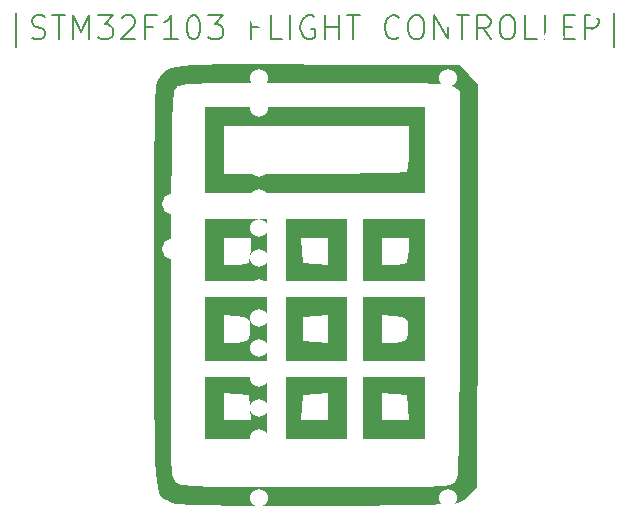
<source format=gbo>
G04 #@! TF.GenerationSoftware,KiCad,Pcbnew,7.0.7*
G04 #@! TF.CreationDate,2024-06-07T19:14:15+02:00*
G04 #@! TF.ProjectId,stm32-drone,73746d33-322d-4647-926f-6e652e6b6963,rev?*
G04 #@! TF.SameCoordinates,Original*
G04 #@! TF.FileFunction,Legend,Bot*
G04 #@! TF.FilePolarity,Positive*
%FSLAX46Y46*%
G04 Gerber Fmt 4.6, Leading zero omitted, Abs format (unit mm)*
G04 Created by KiCad (PCBNEW 7.0.7) date 2024-06-07 19:14:15*
%MOMM*%
%LPD*%
G01*
G04 APERTURE LIST*
%ADD10C,0.150000*%
%ADD11R,1.700000X1.700000*%
%ADD12O,1.700000X1.700000*%
%ADD13C,3.000000*%
%ADD14C,1.524000*%
%ADD15C,1.600000*%
%ADD16O,1.600000X1.600000*%
%ADD17R,1.800000X1.800000*%
%ADD18C,1.800000*%
%ADD19C,1.400000*%
%ADD20O,1.400000X1.400000*%
G04 APERTURE END LIST*
D10*
X103401064Y-85714104D02*
X103401064Y-82856961D01*
X104734398Y-84952200D02*
X105020112Y-85047438D01*
X105020112Y-85047438D02*
X105496303Y-85047438D01*
X105496303Y-85047438D02*
X105686779Y-84952200D01*
X105686779Y-84952200D02*
X105782017Y-84856961D01*
X105782017Y-84856961D02*
X105877255Y-84666485D01*
X105877255Y-84666485D02*
X105877255Y-84476009D01*
X105877255Y-84476009D02*
X105782017Y-84285533D01*
X105782017Y-84285533D02*
X105686779Y-84190295D01*
X105686779Y-84190295D02*
X105496303Y-84095057D01*
X105496303Y-84095057D02*
X105115350Y-83999819D01*
X105115350Y-83999819D02*
X104924874Y-83904580D01*
X104924874Y-83904580D02*
X104829636Y-83809342D01*
X104829636Y-83809342D02*
X104734398Y-83618866D01*
X104734398Y-83618866D02*
X104734398Y-83428390D01*
X104734398Y-83428390D02*
X104829636Y-83237914D01*
X104829636Y-83237914D02*
X104924874Y-83142676D01*
X104924874Y-83142676D02*
X105115350Y-83047438D01*
X105115350Y-83047438D02*
X105591541Y-83047438D01*
X105591541Y-83047438D02*
X105877255Y-83142676D01*
X106448684Y-83047438D02*
X107591541Y-83047438D01*
X107020112Y-85047438D02*
X107020112Y-83047438D01*
X108258208Y-85047438D02*
X108258208Y-83047438D01*
X108258208Y-83047438D02*
X108924875Y-84476009D01*
X108924875Y-84476009D02*
X109591541Y-83047438D01*
X109591541Y-83047438D02*
X109591541Y-85047438D01*
X110353446Y-83047438D02*
X111591541Y-83047438D01*
X111591541Y-83047438D02*
X110924874Y-83809342D01*
X110924874Y-83809342D02*
X111210589Y-83809342D01*
X111210589Y-83809342D02*
X111401065Y-83904580D01*
X111401065Y-83904580D02*
X111496303Y-83999819D01*
X111496303Y-83999819D02*
X111591541Y-84190295D01*
X111591541Y-84190295D02*
X111591541Y-84666485D01*
X111591541Y-84666485D02*
X111496303Y-84856961D01*
X111496303Y-84856961D02*
X111401065Y-84952200D01*
X111401065Y-84952200D02*
X111210589Y-85047438D01*
X111210589Y-85047438D02*
X110639160Y-85047438D01*
X110639160Y-85047438D02*
X110448684Y-84952200D01*
X110448684Y-84952200D02*
X110353446Y-84856961D01*
X112353446Y-83237914D02*
X112448684Y-83142676D01*
X112448684Y-83142676D02*
X112639160Y-83047438D01*
X112639160Y-83047438D02*
X113115351Y-83047438D01*
X113115351Y-83047438D02*
X113305827Y-83142676D01*
X113305827Y-83142676D02*
X113401065Y-83237914D01*
X113401065Y-83237914D02*
X113496303Y-83428390D01*
X113496303Y-83428390D02*
X113496303Y-83618866D01*
X113496303Y-83618866D02*
X113401065Y-83904580D01*
X113401065Y-83904580D02*
X112258208Y-85047438D01*
X112258208Y-85047438D02*
X113496303Y-85047438D01*
X115020113Y-83999819D02*
X114353446Y-83999819D01*
X114353446Y-85047438D02*
X114353446Y-83047438D01*
X114353446Y-83047438D02*
X115305827Y-83047438D01*
X117115351Y-85047438D02*
X115972494Y-85047438D01*
X116543922Y-85047438D02*
X116543922Y-83047438D01*
X116543922Y-83047438D02*
X116353446Y-83333152D01*
X116353446Y-83333152D02*
X116162970Y-83523628D01*
X116162970Y-83523628D02*
X115972494Y-83618866D01*
X118353446Y-83047438D02*
X118543923Y-83047438D01*
X118543923Y-83047438D02*
X118734399Y-83142676D01*
X118734399Y-83142676D02*
X118829637Y-83237914D01*
X118829637Y-83237914D02*
X118924875Y-83428390D01*
X118924875Y-83428390D02*
X119020113Y-83809342D01*
X119020113Y-83809342D02*
X119020113Y-84285533D01*
X119020113Y-84285533D02*
X118924875Y-84666485D01*
X118924875Y-84666485D02*
X118829637Y-84856961D01*
X118829637Y-84856961D02*
X118734399Y-84952200D01*
X118734399Y-84952200D02*
X118543923Y-85047438D01*
X118543923Y-85047438D02*
X118353446Y-85047438D01*
X118353446Y-85047438D02*
X118162970Y-84952200D01*
X118162970Y-84952200D02*
X118067732Y-84856961D01*
X118067732Y-84856961D02*
X117972494Y-84666485D01*
X117972494Y-84666485D02*
X117877256Y-84285533D01*
X117877256Y-84285533D02*
X117877256Y-83809342D01*
X117877256Y-83809342D02*
X117972494Y-83428390D01*
X117972494Y-83428390D02*
X118067732Y-83237914D01*
X118067732Y-83237914D02*
X118162970Y-83142676D01*
X118162970Y-83142676D02*
X118353446Y-83047438D01*
X119686780Y-83047438D02*
X120924875Y-83047438D01*
X120924875Y-83047438D02*
X120258208Y-83809342D01*
X120258208Y-83809342D02*
X120543923Y-83809342D01*
X120543923Y-83809342D02*
X120734399Y-83904580D01*
X120734399Y-83904580D02*
X120829637Y-83999819D01*
X120829637Y-83999819D02*
X120924875Y-84190295D01*
X120924875Y-84190295D02*
X120924875Y-84666485D01*
X120924875Y-84666485D02*
X120829637Y-84856961D01*
X120829637Y-84856961D02*
X120734399Y-84952200D01*
X120734399Y-84952200D02*
X120543923Y-85047438D01*
X120543923Y-85047438D02*
X119972494Y-85047438D01*
X119972494Y-85047438D02*
X119782018Y-84952200D01*
X119782018Y-84952200D02*
X119686780Y-84856961D01*
X123972495Y-83999819D02*
X123305828Y-83999819D01*
X123305828Y-85047438D02*
X123305828Y-83047438D01*
X123305828Y-83047438D02*
X124258209Y-83047438D01*
X125972495Y-85047438D02*
X125020114Y-85047438D01*
X125020114Y-85047438D02*
X125020114Y-83047438D01*
X126639162Y-85047438D02*
X126639162Y-83047438D01*
X128639162Y-83142676D02*
X128448686Y-83047438D01*
X128448686Y-83047438D02*
X128162972Y-83047438D01*
X128162972Y-83047438D02*
X127877257Y-83142676D01*
X127877257Y-83142676D02*
X127686781Y-83333152D01*
X127686781Y-83333152D02*
X127591543Y-83523628D01*
X127591543Y-83523628D02*
X127496305Y-83904580D01*
X127496305Y-83904580D02*
X127496305Y-84190295D01*
X127496305Y-84190295D02*
X127591543Y-84571247D01*
X127591543Y-84571247D02*
X127686781Y-84761723D01*
X127686781Y-84761723D02*
X127877257Y-84952200D01*
X127877257Y-84952200D02*
X128162972Y-85047438D01*
X128162972Y-85047438D02*
X128353448Y-85047438D01*
X128353448Y-85047438D02*
X128639162Y-84952200D01*
X128639162Y-84952200D02*
X128734400Y-84856961D01*
X128734400Y-84856961D02*
X128734400Y-84190295D01*
X128734400Y-84190295D02*
X128353448Y-84190295D01*
X129591543Y-85047438D02*
X129591543Y-83047438D01*
X129591543Y-83999819D02*
X130734400Y-83999819D01*
X130734400Y-85047438D02*
X130734400Y-83047438D01*
X131401067Y-83047438D02*
X132543924Y-83047438D01*
X131972495Y-85047438D02*
X131972495Y-83047438D01*
X135877258Y-84856961D02*
X135782020Y-84952200D01*
X135782020Y-84952200D02*
X135496306Y-85047438D01*
X135496306Y-85047438D02*
X135305830Y-85047438D01*
X135305830Y-85047438D02*
X135020115Y-84952200D01*
X135020115Y-84952200D02*
X134829639Y-84761723D01*
X134829639Y-84761723D02*
X134734401Y-84571247D01*
X134734401Y-84571247D02*
X134639163Y-84190295D01*
X134639163Y-84190295D02*
X134639163Y-83904580D01*
X134639163Y-83904580D02*
X134734401Y-83523628D01*
X134734401Y-83523628D02*
X134829639Y-83333152D01*
X134829639Y-83333152D02*
X135020115Y-83142676D01*
X135020115Y-83142676D02*
X135305830Y-83047438D01*
X135305830Y-83047438D02*
X135496306Y-83047438D01*
X135496306Y-83047438D02*
X135782020Y-83142676D01*
X135782020Y-83142676D02*
X135877258Y-83237914D01*
X137115353Y-83047438D02*
X137496306Y-83047438D01*
X137496306Y-83047438D02*
X137686782Y-83142676D01*
X137686782Y-83142676D02*
X137877258Y-83333152D01*
X137877258Y-83333152D02*
X137972496Y-83714104D01*
X137972496Y-83714104D02*
X137972496Y-84380771D01*
X137972496Y-84380771D02*
X137877258Y-84761723D01*
X137877258Y-84761723D02*
X137686782Y-84952200D01*
X137686782Y-84952200D02*
X137496306Y-85047438D01*
X137496306Y-85047438D02*
X137115353Y-85047438D01*
X137115353Y-85047438D02*
X136924877Y-84952200D01*
X136924877Y-84952200D02*
X136734401Y-84761723D01*
X136734401Y-84761723D02*
X136639163Y-84380771D01*
X136639163Y-84380771D02*
X136639163Y-83714104D01*
X136639163Y-83714104D02*
X136734401Y-83333152D01*
X136734401Y-83333152D02*
X136924877Y-83142676D01*
X136924877Y-83142676D02*
X137115353Y-83047438D01*
X138829639Y-85047438D02*
X138829639Y-83047438D01*
X138829639Y-83047438D02*
X139972496Y-85047438D01*
X139972496Y-85047438D02*
X139972496Y-83047438D01*
X140639163Y-83047438D02*
X141782020Y-83047438D01*
X141210591Y-85047438D02*
X141210591Y-83047438D01*
X143591544Y-85047438D02*
X142924877Y-84095057D01*
X142448687Y-85047438D02*
X142448687Y-83047438D01*
X142448687Y-83047438D02*
X143210592Y-83047438D01*
X143210592Y-83047438D02*
X143401068Y-83142676D01*
X143401068Y-83142676D02*
X143496306Y-83237914D01*
X143496306Y-83237914D02*
X143591544Y-83428390D01*
X143591544Y-83428390D02*
X143591544Y-83714104D01*
X143591544Y-83714104D02*
X143496306Y-83904580D01*
X143496306Y-83904580D02*
X143401068Y-83999819D01*
X143401068Y-83999819D02*
X143210592Y-84095057D01*
X143210592Y-84095057D02*
X142448687Y-84095057D01*
X144829639Y-83047438D02*
X145210592Y-83047438D01*
X145210592Y-83047438D02*
X145401068Y-83142676D01*
X145401068Y-83142676D02*
X145591544Y-83333152D01*
X145591544Y-83333152D02*
X145686782Y-83714104D01*
X145686782Y-83714104D02*
X145686782Y-84380771D01*
X145686782Y-84380771D02*
X145591544Y-84761723D01*
X145591544Y-84761723D02*
X145401068Y-84952200D01*
X145401068Y-84952200D02*
X145210592Y-85047438D01*
X145210592Y-85047438D02*
X144829639Y-85047438D01*
X144829639Y-85047438D02*
X144639163Y-84952200D01*
X144639163Y-84952200D02*
X144448687Y-84761723D01*
X144448687Y-84761723D02*
X144353449Y-84380771D01*
X144353449Y-84380771D02*
X144353449Y-83714104D01*
X144353449Y-83714104D02*
X144448687Y-83333152D01*
X144448687Y-83333152D02*
X144639163Y-83142676D01*
X144639163Y-83142676D02*
X144829639Y-83047438D01*
X147496306Y-85047438D02*
X146543925Y-85047438D01*
X146543925Y-85047438D02*
X146543925Y-83047438D01*
X149115354Y-85047438D02*
X148162973Y-85047438D01*
X148162973Y-85047438D02*
X148162973Y-83047438D01*
X149782021Y-83999819D02*
X150448688Y-83999819D01*
X150734402Y-85047438D02*
X149782021Y-85047438D01*
X149782021Y-85047438D02*
X149782021Y-83047438D01*
X149782021Y-83047438D02*
X150734402Y-83047438D01*
X152734402Y-85047438D02*
X152067735Y-84095057D01*
X151591545Y-85047438D02*
X151591545Y-83047438D01*
X151591545Y-83047438D02*
X152353450Y-83047438D01*
X152353450Y-83047438D02*
X152543926Y-83142676D01*
X152543926Y-83142676D02*
X152639164Y-83237914D01*
X152639164Y-83237914D02*
X152734402Y-83428390D01*
X152734402Y-83428390D02*
X152734402Y-83714104D01*
X152734402Y-83714104D02*
X152639164Y-83904580D01*
X152639164Y-83904580D02*
X152543926Y-83999819D01*
X152543926Y-83999819D02*
X152353450Y-84095057D01*
X152353450Y-84095057D02*
X151591545Y-84095057D01*
X154067735Y-85714104D02*
X154067735Y-82856961D01*
G36*
X138021428Y-118903572D02*
G01*
X135413392Y-118903572D01*
X132805357Y-118903572D01*
X132805357Y-117316072D01*
X134392857Y-117316072D01*
X135539211Y-117316072D01*
X136685566Y-117316072D01*
X136616443Y-116238840D01*
X136547321Y-115161608D01*
X135470089Y-115092485D01*
X134392857Y-115023363D01*
X134392857Y-116169717D01*
X134392857Y-117316072D01*
X132805357Y-117316072D01*
X132805357Y-116295536D01*
X132805357Y-113687500D01*
X135413392Y-113687500D01*
X138021428Y-113687500D01*
X138021428Y-116295536D01*
X138021428Y-117316072D01*
X138021428Y-118903572D01*
G37*
G36*
X131444642Y-116295536D02*
G01*
X131444642Y-118903572D01*
X128836607Y-118903572D01*
X126228571Y-118903572D01*
X126228571Y-117316072D01*
X127564434Y-117316072D01*
X128710788Y-117316072D01*
X129857142Y-117316072D01*
X129857142Y-116169717D01*
X129857142Y-115023363D01*
X128779910Y-115092485D01*
X127702678Y-115161608D01*
X127633556Y-116238840D01*
X127564434Y-117316072D01*
X126228571Y-117316072D01*
X126228571Y-116295536D01*
X126228571Y-113687500D01*
X128836607Y-113687500D01*
X131444642Y-113687500D01*
X131444642Y-115023363D01*
X131444642Y-116295536D01*
G37*
G36*
X131444642Y-109605358D02*
G01*
X131444642Y-112326786D01*
X128836607Y-112326786D01*
X126228571Y-112326786D01*
X126228571Y-110625893D01*
X127702678Y-110625893D01*
X128779910Y-110695016D01*
X129857142Y-110764138D01*
X129857142Y-109605358D01*
X129857142Y-108446577D01*
X128779910Y-108515699D01*
X127702678Y-108584822D01*
X127702678Y-109605358D01*
X127702678Y-110625893D01*
X126228571Y-110625893D01*
X126228571Y-109605358D01*
X126228571Y-106883929D01*
X128836607Y-106883929D01*
X131444642Y-106883929D01*
X131444642Y-108446577D01*
X131444642Y-109605358D01*
G37*
G36*
X131444642Y-102915179D02*
G01*
X131444642Y-105523215D01*
X128836607Y-105523215D01*
X126228571Y-105523215D01*
X126228571Y-102915179D01*
X126228571Y-101894643D01*
X127564434Y-101894643D01*
X127633556Y-102971875D01*
X127702678Y-104049108D01*
X128779910Y-104118230D01*
X129857142Y-104187352D01*
X129857142Y-103040998D01*
X129857142Y-101894643D01*
X128710788Y-101894643D01*
X127564434Y-101894643D01*
X126228571Y-101894643D01*
X126228571Y-100307143D01*
X128836607Y-100307143D01*
X131444642Y-100307143D01*
X131444642Y-101894643D01*
X131444642Y-102915179D01*
G37*
G36*
X124641071Y-118903572D02*
G01*
X122033035Y-118903572D01*
X119425000Y-118903572D01*
X119425000Y-117316072D01*
X121012500Y-117316072D01*
X122158854Y-117316072D01*
X123305209Y-117316072D01*
X123236086Y-116238840D01*
X123166964Y-115161608D01*
X122089732Y-115092485D01*
X121012500Y-115023363D01*
X121012500Y-116169717D01*
X121012500Y-117316072D01*
X119425000Y-117316072D01*
X119425000Y-116295536D01*
X119425000Y-113687500D01*
X122033035Y-113687500D01*
X124641071Y-113687500D01*
X124641071Y-116295536D01*
X124641071Y-117316072D01*
X124641071Y-118903572D01*
G37*
G36*
X138021428Y-112326786D02*
G01*
X135413392Y-112326786D01*
X132805357Y-112326786D01*
X132805357Y-110739286D01*
X134392857Y-110739286D01*
X135420510Y-110739286D01*
X135972091Y-110712160D01*
X136447885Y-110534970D01*
X136636872Y-110110136D01*
X136619996Y-109343465D01*
X136580325Y-109019171D01*
X136449583Y-108714550D01*
X136122286Y-108577523D01*
X135470089Y-108515699D01*
X134392857Y-108446577D01*
X134392857Y-109592932D01*
X134392857Y-110739286D01*
X132805357Y-110739286D01*
X132805357Y-109605358D01*
X132805357Y-106883929D01*
X135413392Y-106883929D01*
X138021428Y-106883929D01*
X138021428Y-109605358D01*
X138021428Y-110110136D01*
X138021428Y-112326786D01*
G37*
G36*
X138021428Y-102915179D02*
G01*
X138021428Y-105523215D01*
X135413392Y-105523215D01*
X132805357Y-105523215D01*
X132805357Y-104162500D01*
X134392857Y-104162500D01*
X135375595Y-104162500D01*
X135629304Y-104157562D01*
X136207486Y-104104268D01*
X136509523Y-104011310D01*
X136547796Y-103940936D01*
X136628548Y-103513776D01*
X136660714Y-102877381D01*
X136660714Y-101894643D01*
X135526785Y-101894643D01*
X134392857Y-101894643D01*
X134392857Y-103028572D01*
X134392857Y-104162500D01*
X132805357Y-104162500D01*
X132805357Y-102915179D01*
X132805357Y-100307143D01*
X135413392Y-100307143D01*
X138021428Y-100307143D01*
X138021428Y-101894643D01*
X138021428Y-102915179D01*
G37*
G36*
X124641071Y-112326786D02*
G01*
X122033035Y-112326786D01*
X119425000Y-112326786D01*
X119425000Y-110739286D01*
X121012500Y-110739286D01*
X122040153Y-110739286D01*
X122591733Y-110712160D01*
X123067528Y-110534970D01*
X123256515Y-110110136D01*
X123239639Y-109343465D01*
X123199967Y-109019171D01*
X123069226Y-108714550D01*
X122741929Y-108577523D01*
X122089732Y-108515699D01*
X121012500Y-108446577D01*
X121012500Y-109592932D01*
X121012500Y-110739286D01*
X119425000Y-110739286D01*
X119425000Y-109605358D01*
X119425000Y-106883929D01*
X122033035Y-106883929D01*
X124641071Y-106883929D01*
X124641071Y-109605358D01*
X124641071Y-110110136D01*
X124641071Y-112326786D01*
G37*
G36*
X124641071Y-102915179D02*
G01*
X124641071Y-105523215D01*
X122033035Y-105523215D01*
X119425000Y-105523215D01*
X119425000Y-104162500D01*
X121012500Y-104162500D01*
X121995238Y-104162500D01*
X122248947Y-104157562D01*
X122827129Y-104104268D01*
X123129166Y-104011310D01*
X123167439Y-103940936D01*
X123248191Y-103513776D01*
X123280357Y-102877381D01*
X123280357Y-101894643D01*
X122146428Y-101894643D01*
X121012500Y-101894643D01*
X121012500Y-103028572D01*
X121012500Y-104162500D01*
X119425000Y-104162500D01*
X119425000Y-102915179D01*
X119425000Y-100307143D01*
X122033035Y-100307143D01*
X124641071Y-100307143D01*
X124641071Y-101894643D01*
X124641071Y-102915179D01*
G37*
G36*
X138021428Y-94410715D02*
G01*
X138021428Y-98039286D01*
X128723214Y-98039286D01*
X119425000Y-98039286D01*
X119425000Y-96451786D01*
X121012500Y-96451786D01*
X128685416Y-96451786D01*
X130052176Y-96449376D01*
X131771184Y-96439056D01*
X133304517Y-96421566D01*
X134598595Y-96397939D01*
X135599841Y-96369212D01*
X136254677Y-96336419D01*
X136509523Y-96300596D01*
X136533387Y-96253049D01*
X136598363Y-95848641D01*
X136643686Y-95145246D01*
X136660714Y-94259524D01*
X136660714Y-92369643D01*
X128836607Y-92369643D01*
X121012500Y-92369643D01*
X121012500Y-94410715D01*
X121012500Y-96451786D01*
X119425000Y-96451786D01*
X119425000Y-94410715D01*
X119425000Y-90782143D01*
X128723214Y-90782143D01*
X138021428Y-90782143D01*
X138021428Y-92369643D01*
X138021428Y-94410715D01*
G37*
G36*
X142504668Y-105959869D02*
G01*
X142443750Y-122949328D01*
X141876785Y-123559287D01*
X141834939Y-123603536D01*
X141318843Y-124064029D01*
X140856250Y-124356855D01*
X140812082Y-124367486D01*
X140380974Y-124403740D01*
X139553672Y-124437962D01*
X138374799Y-124469404D01*
X136888977Y-124497322D01*
X135140828Y-124520971D01*
X133174975Y-124539603D01*
X131036041Y-124552475D01*
X128768648Y-124558840D01*
X127848847Y-124559816D01*
X125335381Y-124560167D01*
X123226374Y-124555809D01*
X121484863Y-124545768D01*
X120073885Y-124529066D01*
X118956476Y-124504727D01*
X118095676Y-124471777D01*
X117454519Y-124429238D01*
X116996045Y-124376135D01*
X116683289Y-124311491D01*
X116479290Y-124234331D01*
X116431757Y-124210105D01*
X116187353Y-124091759D01*
X115975159Y-123978979D01*
X115792909Y-123841156D01*
X115638331Y-123647682D01*
X115509159Y-123367947D01*
X115403122Y-122971343D01*
X115317953Y-122427261D01*
X115251381Y-121705091D01*
X115201138Y-120774225D01*
X115164956Y-119604054D01*
X115140565Y-118163968D01*
X115125697Y-116423360D01*
X115119994Y-114871742D01*
X116502218Y-114871742D01*
X116503285Y-116644203D01*
X116509594Y-118106206D01*
X116521897Y-119289474D01*
X116540941Y-120225728D01*
X116567477Y-120946691D01*
X116602253Y-121484083D01*
X116646020Y-121869628D01*
X116699526Y-122135046D01*
X116763521Y-122312059D01*
X116838754Y-122432390D01*
X116925975Y-122527761D01*
X117039959Y-122630219D01*
X117185671Y-122716603D01*
X117400857Y-122787730D01*
X117723927Y-122845082D01*
X118193290Y-122890139D01*
X118847355Y-122924383D01*
X119724534Y-122949295D01*
X120863235Y-122966356D01*
X122301868Y-122977047D01*
X124078843Y-122982850D01*
X126232570Y-122985245D01*
X128801458Y-122985715D01*
X130304611Y-122985508D01*
X132640513Y-122983580D01*
X134582270Y-122978512D01*
X136167898Y-122968966D01*
X137435414Y-122953607D01*
X138422836Y-122931096D01*
X139168179Y-122900096D01*
X139709462Y-122859272D01*
X140084700Y-122807285D01*
X140331910Y-122742799D01*
X140489109Y-122664477D01*
X140594315Y-122570982D01*
X140618285Y-122541844D01*
X140687035Y-122414164D01*
X140746269Y-122207649D01*
X140796686Y-121891071D01*
X140838983Y-121433203D01*
X140873861Y-120802816D01*
X140902018Y-119968682D01*
X140924153Y-118899574D01*
X140940965Y-117564264D01*
X140953152Y-115931524D01*
X140961415Y-113970125D01*
X140966452Y-111648840D01*
X140968961Y-108936440D01*
X140969643Y-105801699D01*
X140969643Y-89447148D01*
X140465610Y-89094110D01*
X140396905Y-89052949D01*
X140194191Y-88978383D01*
X139877599Y-88916480D01*
X139409386Y-88866107D01*
X138751809Y-88826130D01*
X137867125Y-88795415D01*
X136717591Y-88772827D01*
X135265465Y-88757233D01*
X133473002Y-88747499D01*
X131302461Y-88742489D01*
X128716098Y-88741072D01*
X126376979Y-88742489D01*
X124130735Y-88748086D01*
X122270290Y-88758875D01*
X120759703Y-88775845D01*
X119563031Y-88799986D01*
X118644331Y-88832289D01*
X117967660Y-88873742D01*
X117497077Y-88925337D01*
X117196637Y-88988063D01*
X117030399Y-89062909D01*
X117006102Y-89081295D01*
X116925332Y-89161436D01*
X116855530Y-89286403D01*
X116795749Y-89487638D01*
X116745045Y-89796583D01*
X116702471Y-90244681D01*
X116667081Y-90863371D01*
X116637930Y-91684097D01*
X116614071Y-92738300D01*
X116594559Y-94057422D01*
X116578449Y-95672905D01*
X116564793Y-97616190D01*
X116552647Y-99918719D01*
X116541064Y-102611934D01*
X116529100Y-105727277D01*
X116522985Y-107374396D01*
X116512818Y-110268560D01*
X116505646Y-112757102D01*
X116502218Y-114871742D01*
X115119994Y-114871742D01*
X115118082Y-114351619D01*
X115115452Y-111918138D01*
X115115538Y-109092306D01*
X115116071Y-105843516D01*
X115116163Y-103836636D01*
X115117047Y-100913309D01*
X115119532Y-98393172D01*
X115124407Y-96245003D01*
X115132464Y-94437580D01*
X115144493Y-92939679D01*
X115161285Y-91720078D01*
X115183631Y-90747556D01*
X115212320Y-89990888D01*
X115248144Y-89418854D01*
X115291893Y-89000230D01*
X115344358Y-88703794D01*
X115406330Y-88498323D01*
X115478599Y-88352596D01*
X115561956Y-88235389D01*
X115729110Y-88029433D01*
X115928140Y-87826163D01*
X116169641Y-87656807D01*
X116490983Y-87518528D01*
X116929540Y-87408488D01*
X117522684Y-87323850D01*
X118307786Y-87261777D01*
X119322218Y-87219430D01*
X120603354Y-87193972D01*
X122188564Y-87182565D01*
X124115222Y-87182373D01*
X126420698Y-87190558D01*
X129142366Y-87204281D01*
X141004746Y-87266965D01*
X141785166Y-88118687D01*
X142565586Y-88970410D01*
X142505235Y-105801699D01*
X142504668Y-105959869D01*
G37*
%LPC*%
D11*
X98850000Y-102800000D03*
D12*
X101390000Y-102800000D03*
X103930000Y-102800000D03*
X106470000Y-102800000D03*
X109010000Y-102800000D03*
X111550000Y-102800000D03*
X114090000Y-102800000D03*
X116630000Y-102800000D03*
D11*
X98840000Y-99000000D03*
D12*
X101380000Y-99000000D03*
X103920000Y-99000000D03*
X106460000Y-99000000D03*
X109000000Y-99000000D03*
X111540000Y-99000000D03*
X114080000Y-99000000D03*
X116620000Y-99000000D03*
D11*
X159775000Y-79875000D03*
D12*
X159775000Y-82415000D03*
X159775000Y-84955000D03*
D13*
X92650000Y-65400000D03*
D11*
X149000000Y-79820000D03*
D12*
X149000000Y-82360000D03*
X149000000Y-84900000D03*
D14*
X124000000Y-78220000D03*
X124000000Y-80760000D03*
X124000000Y-83300000D03*
X124000000Y-85840000D03*
X124000000Y-118860000D03*
X124000000Y-88380000D03*
X124000000Y-90920000D03*
X124000000Y-93460000D03*
X124000000Y-96000000D03*
X124000000Y-98540000D03*
X124000000Y-101080000D03*
X124000000Y-103620000D03*
X124000000Y-106160000D03*
X124000000Y-108700000D03*
X124000000Y-111240000D03*
X124000000Y-113780000D03*
X124000000Y-116320000D03*
X139950000Y-80760000D03*
X124000000Y-126480000D03*
X124000000Y-123940000D03*
X139950000Y-83300000D03*
X139950000Y-126480000D03*
X139950000Y-123940000D03*
X139950000Y-121400000D03*
X139950000Y-118860000D03*
X139950000Y-116320000D03*
X139950000Y-113780000D03*
X139950000Y-111240000D03*
X139950000Y-108700000D03*
X139950000Y-106160000D03*
X139950000Y-78220000D03*
X139950000Y-103620000D03*
X139950000Y-101080000D03*
X139950000Y-98540000D03*
X139950000Y-96000000D03*
X139950000Y-93460000D03*
X139950000Y-90920000D03*
X139950000Y-88380000D03*
X139950000Y-85840000D03*
X124000000Y-121400000D03*
D11*
X152525000Y-106220000D03*
D12*
X155065000Y-106220000D03*
D15*
X160000000Y-113020000D03*
D16*
X147300000Y-113020000D03*
D17*
X145610000Y-100300000D03*
D18*
X148150000Y-100300000D03*
D15*
X155400000Y-73650000D03*
X150400000Y-73650000D03*
D11*
X105750000Y-109270000D03*
D12*
X105750000Y-111810000D03*
X105750000Y-114350000D03*
X105750000Y-116890000D03*
X105750000Y-119430000D03*
X105750000Y-121970000D03*
X105750000Y-124510000D03*
X105750000Y-127050000D03*
D19*
X149880000Y-128020000D03*
D20*
X157500000Y-128020000D03*
D15*
X147100000Y-94850000D03*
D16*
X159800000Y-94850000D03*
D19*
X149880000Y-124720000D03*
D20*
X157500000Y-124720000D03*
D11*
X156200000Y-79870000D03*
D12*
X156200000Y-82410000D03*
X156200000Y-84950000D03*
D15*
X147350000Y-118420000D03*
D16*
X160050000Y-118420000D03*
D11*
X152650000Y-79860000D03*
D12*
X152650000Y-82400000D03*
X152650000Y-84940000D03*
D15*
X147100000Y-91100000D03*
D16*
X159800000Y-91100000D03*
D13*
X168350000Y-65540410D03*
D11*
X110300000Y-109350000D03*
D12*
X110300000Y-111890000D03*
X110300000Y-114430000D03*
X110300000Y-116970000D03*
X110300000Y-119510000D03*
X110300000Y-122050000D03*
X110300000Y-124590000D03*
X110300000Y-127130000D03*
D13*
X168500000Y-137900000D03*
X92226651Y-137894591D03*
D17*
X158760000Y-100300000D03*
D18*
X161300000Y-100300000D03*
%LPD*%
M02*

</source>
